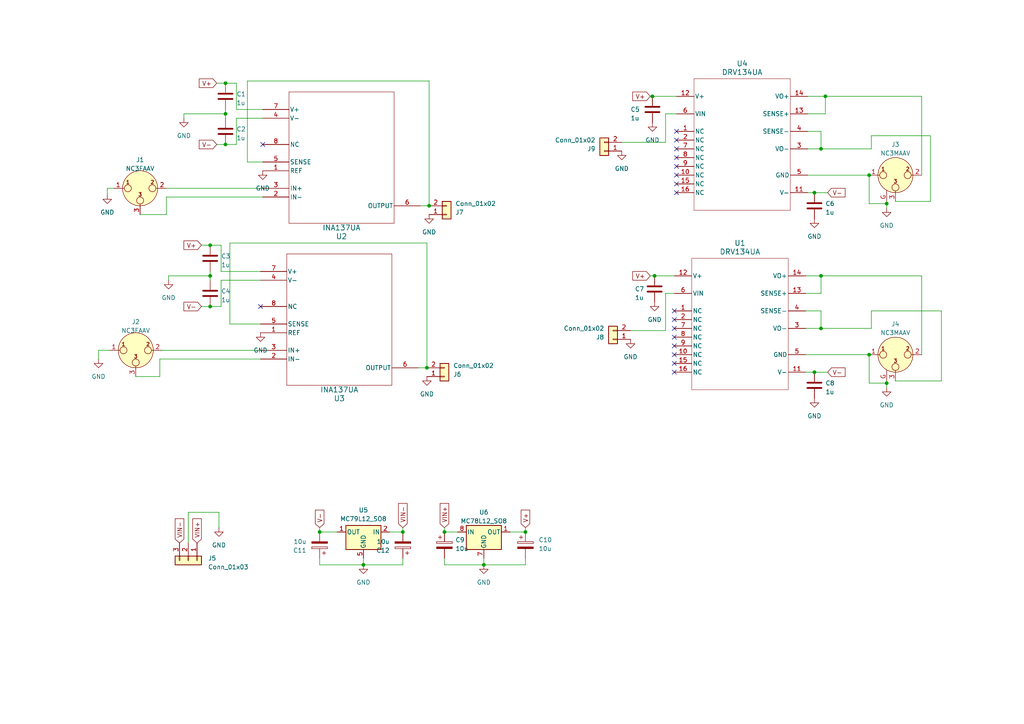
<source format=kicad_sch>
(kicad_sch (version 20230121) (generator eeschema)
  (paper "A4")
  (title_block (title "XLR-RCA Interface") (date "2023-11-09") (rev "1.1") (company "Design by Lorenz Neumann") (comment 2 "CC BY-NC-SA 4.0") (comment 3 "XLR->RCA: -6db") (comment 4 "RCA->XLR: +6dB"))
  (lib_symbols
    (symbol "Connector_Audio:NC3FAAV" (pin_names hide)
      (property "Reference" "J" (at 0 8.89 0))
      (property "Value" "NC3FAAV" (at 0 6.35 0))
      (symbol "NC3FAAV_0_1"
        (circle (center -3.556 0) (radius 1.016))
        (circle (center 0 -3.556) (radius 1.016))
        (polyline (pts (xy -5.08 0) (xy -4.572 0)))
        (polyline (pts (xy 0 -5.08) (xy 0 -4.572)))
        (polyline (pts (xy 5.08 0) (xy 4.572 0)))
        (circle (center 0 0) (radius 5.08) (fill (type background)))
        (circle (center 3.556 0) (radius 1.016))
        (text "1" (at -3.556 1.778 0) (effects (font (size 1.016 1.016) bold)))
        (text "2" (at 3.556 1.778 0) (effects (font (size 1.016 1.016) bold)))
        (text "3" (at 0 -1.778 0) (effects (font (size 1.016 1.016) bold)))
        (pin passive line (at -7.62 0 0) (length 2.54) (name "~") (number "1"))
        (pin passive line (at 7.62 0 180) (length 2.54) (name "~") (number "2"))
        (pin passive line (at 0 -7.62 90) (length 2.54) (name "~") (number "3"))
      )
    )
    (symbol "Connector_Audio:NC3MAAV" (pin_names hide)
      (property "Reference" "J" (at 0 8.89 0))
      (property "Value" "NC3MAAV" (at 0 6.35 0))
      (symbol "NC3MAAV_0_1"
        (circle (center -3.556 0) (radius 1.016))
        (circle (center 0 -3.556) (radius 1.016))
        (polyline (pts (xy -5.08 0) (xy -4.572 0)))
        (polyline (pts (xy -2.54 -5.08) (xy -2.54 -4.445)))
        (polyline (pts (xy 0 -5.08) (xy 0 -4.572)))
        (polyline (pts (xy 5.08 0) (xy 4.572 0)))
        (circle (center 0 0) (radius 5.08) (fill (type background)))
        (circle (center 3.556 0) (radius 1.016))
        (text "1" (at -3.556 1.778 0) (effects (font (size 1.016 1.016) bold)))
        (text "2" (at 3.556 1.778 0) (effects (font (size 1.016 1.016) bold)))
        (text "3" (at 0 -1.778 0) (effects (font (size 1.016 1.016) bold)))
        (pin passive line (at -7.62 0 0) (length 2.54) (name "~") (number "1"))
        (pin passive line (at 7.62 0 180) (length 2.54) (name "~") (number "2"))
        (pin passive line (at 0 -7.62 90) (length 2.54) (name "~") (number "3"))
      )
      (symbol "NC3MAAV_1_1"
        (pin passive line (at -2.54 -7.62 90) (length 2.54) (name "~") (number "G"))
      )
    )
    (symbol "Connector_Generic:Conn_01x02" (pin_names (offset 1.016) hide)
      (property "Reference" "J" (at 0 2.54 0))
      (property "Value" "Conn_01x02" (at 0 -5.08 0))
      (symbol "Conn_01x02_1_1"
        (rectangle (start -1.27 -2.413) (end 0 -2.667) (stroke (width 0.1524)))
        (rectangle (start -1.27 0.127) (end 0 -0.127) (stroke (width 0.1524)))
        (rectangle (start -1.27 1.27) (end 1.27 -3.81) (stroke (width 0.254)) (fill (type background)))
        (pin passive line (at -5.08 0 0) (length 3.81) (name "Pin_1") (number "1"))
        (pin passive line (at -5.08 -2.54 0) (length 3.81) (name "Pin_2") (number "2"))
      )
    )
    (symbol "Connector_Generic:Conn_01x03" (pin_names (offset 1.016) hide)
      (property "Reference" "J" (at 0 5.08 0))
      (property "Value" "Conn_01x03" (at 0 -5.08 0))
      (symbol "Conn_01x03_1_1"
        (rectangle (start -1.27 -2.413) (end 0 -2.667) (stroke (width 0.1524)))
        (rectangle (start -1.27 0.127) (end 0 -0.127) (stroke (width 0.1524)))
        (rectangle (start -1.27 2.667) (end 0 2.413) (stroke (width 0.1524)))
        (rectangle (start -1.27 3.81) (end 1.27 -3.81) (stroke (width 0.254)) (fill (type background)))
        (pin passive line (at -5.08 2.54 0) (length 3.81) (name "Pin_1") (number "1"))
        (pin passive line (at -5.08 0 0) (length 3.81) (name "Pin_2") (number "2"))
        (pin passive line (at -5.08 -2.54 0) (length 3.81) (name "Pin_3") (number "3"))
      )
    )
    (symbol "DRV134:DRV134UA" (pin_names (offset 0.254))
      (property "Reference" "U" (at 0 2.54 0))
      (property "Value" "DRV134UA" (at 0 0 0))
      (symbol "DRV134UA_0_1"
        (polyline (pts (xy -12.7 -20.32) (xy 15.24 -20.32)) (stroke (width 0.1016)))
        (polyline (pts (xy -12.7 17.78) (xy -12.7 -20.32)) (stroke (width 0.1016)))
        (polyline (pts (xy 15.24 -20.32) (xy 15.24 17.78)) (stroke (width 0.1016)))
        (polyline (pts (xy 15.24 17.78) (xy -12.7 17.78)) (stroke (width 0.1016)))
        (pin unspecified line (at -17.78 2.54 0) (length 5.08) (name "NC") (number "1"))
        (pin unspecified line (at -17.78 -10.16 0) (length 5.08) (name "NC") (number "10"))
        (pin power_in line (at 20.32 -15.24 180) (length 5.08) (name "V-") (number "11"))
        (pin power_in line (at -17.78 12.7 0) (length 5.08) (name "V+") (number "12"))
        (pin input line (at 20.32 7.62 180) (length 5.08) (name "SENSE+") (number "13"))
        (pin output line (at 20.32 12.7 180) (length 5.08) (name "VO+") (number "14"))
        (pin unspecified line (at -17.78 -12.7 0) (length 5.08) (name "NC") (number "15"))
        (pin unspecified line (at -17.78 -15.24 0) (length 5.08) (name "NC") (number "16"))
        (pin unspecified line (at -17.78 0 0) (length 5.08) (name "NC") (number "2"))
        (pin output line (at 20.32 -2.54 180) (length 5.08) (name "VO-") (number "3"))
        (pin input line (at 20.32 2.54 180) (length 5.08) (name "SENSE-") (number "4"))
        (pin power_in line (at 20.32 -10.16 180) (length 5.08) (name "GND") (number "5"))
        (pin input line (at -17.78 7.62 0) (length 5.08) (name "VIN") (number "6"))
        (pin unspecified line (at -17.78 -2.54 0) (length 5.08) (name "NC") (number "7"))
        (pin unspecified line (at -17.78 -5.08 0) (length 5.08) (name "NC") (number "8"))
        (pin unspecified line (at -17.78 -7.62 0) (length 5.08) (name "NC") (number "9"))
      )
    )
    (symbol "Device:C" (pin_numbers hide) (pin_names (offset 0.254))
      (property "Reference" "C" (at 0.635 2.54 0))
      (property "Value" "C" (at 0.635 -2.54 0))
      (symbol "C_0_1"
        (polyline (pts (xy -2.032 -0.762) (xy 2.032 -0.762)) (stroke (width 0.508)))
        (polyline (pts (xy -2.032 0.762) (xy 2.032 0.762)) (stroke (width 0.508)))
      )
      (symbol "C_1_1"
        (pin passive line (at 0 3.81 270) (length 2.794) (name "~") (number "1"))
        (pin passive line (at 0 -3.81 90) (length 2.794) (name "~") (number "2"))
      )
    )
    (symbol "Device:C_Polarized" (pin_numbers hide) (pin_names (offset 0.254))
      (property "Reference" "C" (at 0.635 2.54 0))
      (property "Value" "C_Polarized" (at 0.635 -2.54 0))
      (symbol "C_Polarized_0_1"
        (rectangle (start -2.286 0.508) (end 2.286 1.016))
        (polyline (pts (xy -1.778 2.286) (xy -0.762 2.286)))
        (polyline (pts (xy -1.27 2.794) (xy -1.27 1.778)))
        (rectangle (start 2.286 -0.508) (end -2.286 -1.016) (fill (type outline)))
      )
      (symbol "C_Polarized_1_1"
        (pin passive line (at 0 3.81 270) (length 2.794) (name "~") (number "1"))
        (pin passive line (at 0 -3.81 90) (length 2.794) (name "~") (number "2"))
      )
    )
    (symbol "INA137:INA137UA" (pin_names (offset 0.254))
      (property "Reference" "U" (at 22.86 12.7 0))
      (property "Value" "INA137UA" (at 22.86 10.16 0))
      (symbol "INA137UA_0_1"
        (polyline (pts (xy 7.62 -30.48) (xy 38.1 -30.48)) (stroke (width 0.127)))
        (polyline (pts (xy 7.62 7.62) (xy 7.62 -30.48)) (stroke (width 0.127)))
        (polyline (pts (xy 38.1 -30.48) (xy 38.1 7.62)) (stroke (width 0.127)))
        (polyline (pts (xy 38.1 7.62) (xy 7.62 7.62)) (stroke (width 0.127)))
        (pin unspecified line (at 0 -7.62 0) (length 7.62) (name "REF") (number "1"))
        (pin input line (at 0 0 0) (length 7.62) (name "IN-") (number "2"))
        (pin input line (at 0 -2.54 0) (length 7.62) (name "IN+") (number "3"))
        (pin power_in line (at 0 -22.86 0) (length 7.62) (name "V-") (number "4"))
        (pin unspecified line (at 0 -10.16 0) (length 7.62) (name "SENSE") (number "5"))
        (pin output line (at 45.72 2.54 180) (length 7.62) (name "OUTPUT") (number "6"))
        (pin power_in line (at 0 -25.4 0) (length 7.62) (name "V+") (number "7"))
        (pin unspecified line (at 0 -15.24 0) (length 7.62) (name "NC") (number "8"))
      )
    )
    (symbol "Regulator_Linear:MC78L12_SO8" (pin_names (offset 0.254))
      (property "Reference" "U" (at -3.81 3.175 0))
      (property "Value" "MC78L12_SO8" (at 0 3.175 0))
      (symbol "MC78L12_SO8_0_1"
        (rectangle (start -5.08 1.905) (end 5.08 -5.08) (stroke (width 0.254)) (fill (type background)))
      )
      (symbol "MC78L12_SO8_1_1"
        (pin power_out line (at 7.62 0 180) (length 2.54) (name "OUT") (number "1"))
        (pin passive line (at 0 -7.62 90) (length 2.54) hide (name "GND") (number "2"))
        (pin passive line (at 0 -7.62 90) (length 2.54) hide (name "GND") (number "3"))
        (pin no_connect line (at -5.08 -2.54 0) (length 2.54) hide (name "NC") (number "4"))
        (pin no_connect line (at 5.08 -2.54 180) (length 2.54) hide (name "NC") (number "5"))
        (pin passive line (at 0 -7.62 90) (length 2.54) hide (name "GND") (number "6"))
        (pin power_in line (at 0 -7.62 90) (length 2.54) (name "GND") (number "7"))
        (pin power_in line (at -7.62 0 0) (length 2.54) (name "IN") (number "8"))
      )
    )
    (symbol "Regulator_Linear:MC79L12_SO8" (pin_names (offset 0.254))
      (property "Reference" "U" (at -3.81 -3.175 0))
      (property "Value" "MC79L12_SO8" (at 0 -3.175 0))
      (symbol "MC79L12_SO8_0_1"
        (rectangle (start -5.08 5.08) (end 5.08 -1.905) (stroke (width 0.254)) (fill (type background)))
      )
      (symbol "MC79L12_SO8_1_1"
        (pin power_out line (at 7.62 0 180) (length 2.54) (name "OUT") (number "1"))
        (pin power_in line (at -7.62 0 0) (length 2.54) (name "IN") (number "2"))
        (pin passive line (at -7.62 0 0) (length 2.54) hide (name "IN") (number "3"))
        (pin no_connect line (at 5.08 2.54 180) (length 2.54) hide (name "NC") (number "4"))
        (pin power_in line (at 0 7.62 270) (length 2.54) (name "GND") (number "5"))
        (pin passive line (at -7.62 0 0) (length 2.54) hide (name "IN") (number "6"))
        (pin passive line (at -7.62 0 0) (length 2.54) hide (name "IN") (number "7"))
        (pin no_connect line (at -5.08 2.54 0) (length 2.54) hide (name "NC") (number "8"))
      )
    )
    (symbol "power:GND" (power) (pin_names (offset 0))
      (property "Value" "GND" (at 0 -3.81 0))
      (symbol "GND_0_1"
        (polyline (pts (xy 0 0) (xy 0 -1.27) (xy 1.27 -1.27) (xy 0 -2.54) (xy -1.27 -1.27) (xy 0 -1.27)))
      )
      (symbol "GND_1_1"
        (pin power_in line (at 0 0 270) (length 0) hide (name "GND") (number "1"))
      )
    )
  )
  (junction (at 65.405 41.91))
  (junction (at 60.96 80.01))
  (junction (at 257.175 111.125))
  (junction (at 65.405 33.02))
  (junction (at 238.125 95.25))
  (junction (at 252.095 50.8))
  (junction (at 257.175 59.055))
  (junction (at 236.22 107.95))
  (junction (at 92.71 154.305))
  (junction (at 152.4 154.305))
  (junction (at 189.865 80.01))
  (junction (at 236.22 55.88))
  (junction (at 128.905 154.305))
  (junction (at 189.23 27.94))
  (junction (at 238.125 43.18))
  (junction (at 124.46 59.69))
  (junction (at 65.405 24.13))
  (junction (at 60.96 88.9))
  (junction (at 140.335 163.83))
  (junction (at 105.41 163.83))
  (junction (at 239.395 27.94))
  (junction (at 116.84 154.305))
  (junction (at 60.96 71.12))
  (junction (at 252.095 102.87))
  (junction (at 123.825 106.68))
  (junction (at 238.125 80.01))
  (no_connect (at 195.58 102.87))
  (no_connect (at 196.215 55.88))
  (no_connect (at 196.215 45.72))
  (no_connect (at 76.2 41.91))
  (no_connect (at 195.58 90.17))
  (no_connect (at 75.565 88.9))
  (no_connect (at 195.58 107.95))
  (no_connect (at 195.58 97.79))
  (no_connect (at 195.58 92.71))
  (no_connect (at 196.215 40.64))
  (no_connect (at 196.215 53.34))
  (no_connect (at 195.58 105.41))
  (no_connect (at 196.215 43.18))
  (no_connect (at 196.215 48.26))
  (no_connect (at 195.58 95.25))
  (no_connect (at 195.58 100.33))
  (no_connect (at 196.215 38.1))
  (no_connect (at 196.215 50.8))
  (wire (pts (xy 257.175 58.42) (xy 257.175 59.055)))
  (wire (pts (xy 48.895 80.01) (xy 48.895 81.28)))
  (wire (pts (xy 257.175 110.49) (xy 257.175 111.125)))
  (wire (pts (xy 234.315 43.18) (xy 238.125 43.18)))
  (wire (pts (xy 238.125 95.25) (xy 233.68 95.25)))
  (wire (pts (xy 92.71 161.925) (xy 92.71 163.83)))
  (wire (pts (xy 267.335 80.01) (xy 267.335 102.87)))
  (wire (pts (xy 128.905 161.925) (xy 128.905 163.83)))
  (wire (pts (xy 252.73 95.25) (xy 238.125 95.25)))
  (wire (pts (xy 54.61 157.48) (xy 54.61 148.59)))
  (wire (pts (xy 239.395 27.94) (xy 239.395 33.02)))
  (wire (pts (xy 65.405 33.02) (xy 65.405 34.29)))
  (wire (pts (xy 238.125 43.18) (xy 252.73 43.18)))
  (wire (pts (xy 128.905 154.305) (xy 132.715 154.305)))
  (wire (pts (xy 188.595 27.94) (xy 189.23 27.94)))
  (wire (pts (xy 234.315 33.02) (xy 239.395 33.02)))
  (wire (pts (xy 68.58 24.13) (xy 68.58 31.75)))
  (wire (pts (xy 233.68 80.01) (xy 238.125 80.01)))
  (wire (pts (xy 60.96 71.12) (xy 64.135 71.12)))
  (wire (pts (xy 46.355 109.22) (xy 39.37 109.22)))
  (wire (pts (xy 48.26 54.61) (xy 76.2 54.61)))
  (wire (pts (xy 92.71 154.305) (xy 97.79 154.305)))
  (wire (pts (xy 238.125 80.01) (xy 267.335 80.01)))
  (wire (pts (xy 53.34 33.02) (xy 53.34 34.29)))
  (wire (pts (xy 62.865 24.13) (xy 65.405 24.13)))
  (wire (pts (xy 123.825 106.68) (xy 121.285 106.68)))
  (wire (pts (xy 58.42 88.9) (xy 60.96 88.9)))
  (wire (pts (xy 189.23 27.94) (xy 196.215 27.94)))
  (wire (pts (xy 252.095 111.125) (xy 257.175 111.125)))
  (wire (pts (xy 188.595 80.01) (xy 189.865 80.01)))
  (wire (pts (xy 48.26 57.15) (xy 48.26 62.23)))
  (wire (pts (xy 182.88 95.885) (xy 193.04 95.885)))
  (wire (pts (xy 267.335 27.94) (xy 239.395 27.94)))
  (wire (pts (xy 233.68 102.87) (xy 252.095 102.87)))
  (wire (pts (xy 152.4 153.035) (xy 152.4 154.305)))
  (wire (pts (xy 273.05 90.17) (xy 252.73 90.17)))
  (wire (pts (xy 65.405 24.13) (xy 68.58 24.13)))
  (wire (pts (xy 60.96 80.01) (xy 60.96 81.28)))
  (wire (pts (xy 193.04 33.02) (xy 196.215 33.02)))
  (wire (pts (xy 267.335 50.8) (xy 267.335 27.94)))
  (wire (pts (xy 58.42 71.12) (xy 60.96 71.12)))
  (wire (pts (xy 64.135 81.28) (xy 75.565 81.28)))
  (wire (pts (xy 193.04 95.885) (xy 193.04 85.09)))
  (wire (pts (xy 240.03 107.95) (xy 236.22 107.95)))
  (wire (pts (xy 105.41 161.925) (xy 105.41 163.83)))
  (wire (pts (xy 68.58 41.91) (xy 68.58 34.29)))
  (wire (pts (xy 252.73 39.37) (xy 252.73 43.18)))
  (wire (pts (xy 60.96 80.01) (xy 48.895 80.01)))
  (wire (pts (xy 128.905 163.83) (xy 140.335 163.83)))
  (wire (pts (xy 66.675 70.485) (xy 123.825 70.485)))
  (wire (pts (xy 54.61 148.59) (xy 63.5 148.59)))
  (wire (pts (xy 40.64 62.23) (xy 48.26 62.23)))
  (wire (pts (xy 68.58 34.29) (xy 76.2 34.29)))
  (wire (pts (xy 116.84 163.83) (xy 116.84 161.925)))
  (wire (pts (xy 65.405 41.91) (xy 68.58 41.91)))
  (wire (pts (xy 116.84 153.035) (xy 116.84 154.305)))
  (wire (pts (xy 71.755 23.495) (xy 124.46 23.495)))
  (wire (pts (xy 63.5 148.59) (xy 63.5 153.035)))
  (wire (pts (xy 60.96 78.74) (xy 60.96 80.01)))
  (wire (pts (xy 236.22 55.88) (xy 234.315 55.88)))
  (wire (pts (xy 259.715 58.42) (xy 269.875 58.42)))
  (wire (pts (xy 259.715 110.49) (xy 273.05 110.49)))
  (wire (pts (xy 124.46 23.495) (xy 124.46 59.69)))
  (wire (pts (xy 252.095 50.8) (xy 252.095 59.055)))
  (wire (pts (xy 234.315 38.1) (xy 238.125 38.1)))
  (wire (pts (xy 46.355 104.14) (xy 46.355 109.22)))
  (wire (pts (xy 64.135 71.12) (xy 64.135 78.74)))
  (wire (pts (xy 75.565 104.14) (xy 46.355 104.14)))
  (wire (pts (xy 273.05 110.49) (xy 273.05 90.17)))
  (wire (pts (xy 233.68 90.17) (xy 238.125 90.17)))
  (wire (pts (xy 33.02 54.61) (xy 31.115 54.61)))
  (wire (pts (xy 31.115 54.61) (xy 31.115 56.515)))
  (wire (pts (xy 128.905 153.035) (xy 128.905 154.305)))
  (wire (pts (xy 76.2 57.15) (xy 48.26 57.15)))
  (wire (pts (xy 269.875 58.42) (xy 269.875 39.37)))
  (wire (pts (xy 240.03 55.88) (xy 236.22 55.88)))
  (wire (pts (xy 238.125 38.1) (xy 238.125 43.18)))
  (wire (pts (xy 123.825 70.485) (xy 123.825 106.68)))
  (wire (pts (xy 193.04 41.275) (xy 193.04 33.02)))
  (wire (pts (xy 65.405 31.75) (xy 65.405 33.02)))
  (wire (pts (xy 252.095 102.87) (xy 252.095 111.125)))
  (wire (pts (xy 75.565 93.98) (xy 66.675 93.98)))
  (wire (pts (xy 236.22 107.95) (xy 233.68 107.95)))
  (wire (pts (xy 116.84 154.305) (xy 113.03 154.305)))
  (wire (pts (xy 140.335 163.83) (xy 152.4 163.83)))
  (wire (pts (xy 121.92 59.69) (xy 124.46 59.69)))
  (wire (pts (xy 252.095 59.055) (xy 257.175 59.055)))
  (wire (pts (xy 269.875 39.37) (xy 252.73 39.37)))
  (wire (pts (xy 140.335 161.925) (xy 140.335 163.83)))
  (wire (pts (xy 68.58 31.75) (xy 76.2 31.75)))
  (wire (pts (xy 147.955 154.305) (xy 152.4 154.305)))
  (wire (pts (xy 193.04 85.09) (xy 195.58 85.09)))
  (wire (pts (xy 152.4 163.83) (xy 152.4 161.925)))
  (wire (pts (xy 238.125 90.17) (xy 238.125 95.25)))
  (wire (pts (xy 238.125 85.09) (xy 238.125 80.01)))
  (wire (pts (xy 257.175 59.055) (xy 257.175 60.325)))
  (wire (pts (xy 46.99 101.6) (xy 75.565 101.6)))
  (wire (pts (xy 62.865 41.91) (xy 65.405 41.91)))
  (wire (pts (xy 66.675 93.98) (xy 66.675 70.485)))
  (wire (pts (xy 64.135 78.74) (xy 75.565 78.74)))
  (wire (pts (xy 189.865 80.01) (xy 195.58 80.01)))
  (wire (pts (xy 64.135 88.9) (xy 64.135 81.28)))
  (wire (pts (xy 65.405 33.02) (xy 53.34 33.02)))
  (wire (pts (xy 92.71 163.83) (xy 105.41 163.83)))
  (wire (pts (xy 257.175 111.125) (xy 257.175 112.395)))
  (wire (pts (xy 76.2 46.99) (xy 71.755 46.99)))
  (wire (pts (xy 71.755 46.99) (xy 71.755 23.495)))
  (wire (pts (xy 60.96 88.9) (xy 64.135 88.9)))
  (wire (pts (xy 233.68 85.09) (xy 238.125 85.09)))
  (wire (pts (xy 105.41 163.83) (xy 116.84 163.83)))
  (wire (pts (xy 239.395 27.94) (xy 234.315 27.94)))
  (wire (pts (xy 31.75 101.6) (xy 28.575 101.6)))
  (wire (pts (xy 252.73 90.17) (xy 252.73 95.25)))
  (wire (pts (xy 234.315 50.8) (xy 252.095 50.8)))
  (wire (pts (xy 92.71 153.035) (xy 92.71 154.305)))
  (wire (pts (xy 180.34 41.275) (xy 193.04 41.275)))
  (wire (pts (xy 28.575 101.6) (xy 28.575 104.14)))
  (global_label "V-" (shape input) (at 240.03 107.95 0) (property "Intersheetrefs" "${INTERSHEET_REFS}" (effects hide)))
  (global_label "V+" (shape input) (at 152.4 153.035 90) (property "Intersheetrefs" "${INTERSHEET_REFS}" (effects hide)))
  (global_label "V-" (shape input) (at 240.03 55.88 0) (property "Intersheetrefs" "${INTERSHEET_REFS}" (effects hide)))
  (global_label "V+" (shape input) (at 62.865 24.13 180) (property "Intersheetrefs" "${INTERSHEET_REFS}" (effects hide)))
  (global_label "VIN+" (shape input) (at 128.905 153.035 90) (property "Intersheetrefs" "${INTERSHEET_REFS}" (effects hide)))
  (global_label "V+" (shape input) (at 188.595 80.01 180) (property "Intersheetrefs" "${INTERSHEET_REFS}" (effects hide)))
  (global_label "VIN-" (shape input) (at 116.84 153.035 90) (property "Intersheetrefs" "${INTERSHEET_REFS}" (effects hide)))
  (global_label "V+" (shape input) (at 58.42 71.12 180) (property "Intersheetrefs" "${INTERSHEET_REFS}" (effects hide)))
  (global_label "V-" (shape input) (at 58.42 88.9 180) (property "Intersheetrefs" "${INTERSHEET_REFS}" (effects hide)))
  (global_label "VIN+" (shape input) (at 57.15 157.48 90) (property "Intersheetrefs" "${INTERSHEET_REFS}" (effects hide)))
  (global_label "V-" (shape input) (at 62.865 41.91 180) (property "Intersheetrefs" "${INTERSHEET_REFS}" (effects hide)))
  (global_label "VIN-" (shape input) (at 52.07 157.48 90) (property "Intersheetrefs" "${INTERSHEET_REFS}" (effects hide)))
  (global_label "V+" (shape input) (at 188.595 27.94 180) (property "Intersheetrefs" "${INTERSHEET_REFS}" (effects hide)))
  (global_label "V-" (shape input) (at 92.71 153.035 90) (property "Intersheetrefs" "${INTERSHEET_REFS}" (effects hide)))
  (symbol (lib_id "power:GND") (at 123.825 109.22 0) (unit 1)
    (property "Reference" "#PWR014" (effects hide))
    (property "Value" "GND" (at 123.825 114.3 0))
  )
  (symbol (lib_id "power:GND") (at 189.23 35.56 0) (unit 1)
    (property "Reference" "#PWR013" (effects hide))
    (property "Value" "GND" (at 189.23 40.64 0))
  )
  (symbol (lib_id "power:GND") (at 236.22 115.57 0) (unit 1)
    (property "Reference" "#PWR010" (effects hide))
    (property "Value" "GND" (at 236.22 120.65 0))
  )
  (symbol (lib_id "Device:C_Polarized") (at 128.905 158.115 0) (unit 1)
    (property "Reference" "C9" (at 132.08 156.591 0) (effects (justify left)))
    (property "Value" "10u" (at 132.08 159.131 0) (effects (justify left)))
    (property "Footprint" "Capacitor_SMD:CP_Elec_4x4.5" (effects hide))
  )
  (symbol (lib_id "power:GND") (at 257.175 112.395 0) (unit 1)
    (property "Reference" "#PWR05" (effects hide))
    (property "Value" "GND" (at 257.175 117.475 0))
  )
  (symbol (lib_id "Device:C_Polarized") (at 92.71 158.115 180) (unit 1)
    (property "Reference" "C11" (at 88.9 159.639 0) (effects (justify left)))
    (property "Value" "10u" (at 88.9 157.099 0) (effects (justify left)))
    (property "Footprint" "Capacitor_SMD:CP_Elec_4x4.5" (effects hide))
  )
  (symbol (lib_id "power:GND") (at 48.895 81.28 0) (unit 1)
    (property "Reference" "#PWR07" (effects hide))
    (property "Value" "GND" (at 48.895 86.36 0))
  )
  (symbol (lib_id "Device:C_Polarized") (at 152.4 158.115 0) (unit 1)
    (property "Reference" "C10" (at 156.21 156.591 0) (effects (justify left)))
    (property "Value" "10u" (at 156.21 159.131 0) (effects (justify left)))
    (property "Footprint" "Capacitor_SMD:CP_Elec_4x4.5" (effects hide))
  )
  (symbol (lib_id "power:GND") (at 76.2 49.53 0) (unit 1)
    (property "Reference" "#PWR08" (effects hide))
    (property "Value" "GND" (at 76.2 54.61 0))
  )
  (symbol (lib_id "Connector_Generic:Conn_01x02") (at 175.26 43.815 180) (unit 1)
    (property "Reference" "J9" (at 172.72 43.18 0) (effects (justify left)))
    (property "Value" "Conn_01x02" (at 172.72 40.64 0) (effects (justify left)))
    (property "Footprint" "Connector_PinHeader_2.54mm:PinHeader_1x02_P2.54mm_Vertical" (effects hide))
  )
  (symbol (lib_id "INA137:INA137UA") (at 75.565 104.14 0) (mirror x) (unit 1)
    (property "Reference" "U3" (at 98.425 115.57 0) (effects (font (size 1.524 1.524))))
    (property "Value" "INA137UA" (at 98.425 113.03 0) (effects (font (size 1.524 1.524))))
    (property "Footprint" "Package_SO:SOIC-8_3.9x4.9mm_P1.27mm" (effects hide))
    (property "Datasheet" "INA137UA" (effects hide))
  )
  (symbol (lib_id "power:GND") (at 124.46 62.23 0) (unit 1)
    (property "Reference" "#PWR015" (effects hide))
    (property "Value" "GND" (at 124.46 67.31 0))
  )
  (symbol (lib_id "Device:C") (at 60.96 74.93 0) (mirror y) (unit 1)
    (property "Reference" "C3" (at 64.135 74.295 0) (effects (justify right)))
    (property "Value" "1u" (at 64.135 76.835 0) (effects (justify right)))
    (property "Footprint" "Capacitor_SMD:C_0603_1608Metric_Pad1.08x0.95mm_HandSolder" (effects hide))
  )
  (symbol (lib_id "Device:C") (at 65.405 38.1 0) (mirror y) (unit 1)
    (property "Reference" "C2" (at 68.58 37.465 0) (effects (justify right)))
    (property "Value" "1u" (at 68.58 40.005 0) (effects (justify right)))
    (property "Footprint" "Capacitor_SMD:C_0603_1608Metric_Pad1.08x0.95mm_HandSolder" (effects hide))
  )
  (symbol (lib_id "Connector_Generic:Conn_01x02") (at 177.8 98.425 180) (unit 1)
    (property "Reference" "J8" (at 175.26 97.79 0) (effects (justify left)))
    (property "Value" "Conn_01x02" (at 175.26 95.25 0) (effects (justify left)))
    (property "Footprint" "Connector_PinHeader_2.54mm:PinHeader_1x02_P2.54mm_Vertical" (effects hide))
  )
  (symbol (lib_id "power:GND") (at 53.34 34.29 0) (unit 1)
    (property "Reference" "#PWR06" (effects hide))
    (property "Value" "GND" (at 53.34 39.37 0))
  )
  (symbol (lib_id "Connector_Audio:NC3MAAV") (at 259.715 102.87 0) (unit 1)
    (property "Reference" "J4" (at 259.715 93.98 0))
    (property "Value" "NC3MAAV" (at 259.715 96.52 0))
    (property "Footprint" "Connector_Audio:Jack_XLR_Neutrik_NC3MAAV_Vertical" (effects hide))
    (property "Datasheet" "https://www.neutrik.com/en/product/nc3maav" (effects hide))
  )
  (symbol (lib_id "Device:C") (at 236.22 111.76 0) (mirror y) (unit 1)
    (property "Reference" "C8" (at 239.395 111.125 0) (effects (justify right)))
    (property "Value" "1u" (at 239.395 113.665 0) (effects (justify right)))
    (property "Footprint" "Capacitor_SMD:C_0603_1608Metric_Pad1.08x0.95mm_HandSolder" (effects hide))
  )
  (symbol (lib_id "INA137:INA137UA") (at 76.2 57.15 0) (mirror x) (unit 1)
    (property "Reference" "U2" (at 99.06 68.58 0) (effects (font (size 1.524 1.524))))
    (property "Value" "INA137UA" (at 99.06 66.04 0) (effects (font (size 1.524 1.524))))
    (property "Footprint" "Package_SO:SOIC-8_3.9x4.9mm_P1.27mm" (effects hide))
    (property "Datasheet" "INA137UA" (effects hide))
  )
  (symbol (lib_id "Connector_Generic:Conn_01x02") (at 128.905 109.22 0) (mirror x) (unit 1)
    (property "Reference" "J6" (at 131.445 108.585 0) (effects (justify left)))
    (property "Value" "Conn_01x02" (at 131.445 106.045 0) (effects (justify left)))
    (property "Footprint" "Connector_PinHeader_2.54mm:PinHeader_1x02_P2.54mm_Vertical" (effects hide))
  )
  (symbol (lib_id "power:GND") (at 31.115 56.515 0) (unit 1)
    (property "Reference" "#PWR02" (effects hide))
    (property "Value" "GND" (at 31.115 61.595 0))
  )
  (symbol (lib_id "power:GND") (at 182.88 98.425 0) (unit 1)
    (property "Reference" "#PWR016" (effects hide))
    (property "Value" "GND" (at 182.88 103.505 0))
  )
  (symbol (lib_id "Connector_Audio:NC3MAAV") (at 259.715 50.8 0) (unit 1)
    (property "Reference" "J3" (at 259.715 41.91 0))
    (property "Value" "NC3MAAV" (at 259.715 44.45 0))
    (property "Footprint" "Connector_Audio:Jack_XLR_Neutrik_NC3MAAV_Vertical" (effects hide))
    (property "Datasheet" "https://www.neutrik.com/en/product/nc3maav" (effects hide))
  )
  (symbol (lib_id "Connector_Audio:NC3FAAV") (at 39.37 101.6 0) (unit 1)
    (property "Reference" "J2" (at 39.37 93.345 0))
    (property "Value" "NC3FAAV" (at 39.37 95.885 0))
    (property "Footprint" "Connector_Audio:Jack_XLR_Neutrik_NC3FAAV_Vertical" (effects hide))
    (property "Datasheet" "https://www.neutrik.com/en/product/nc3faav" (effects hide))
  )
  (symbol (lib_id "DRV134:DRV134UA") (at 213.36 92.71 0) (unit 1)
    (property "Reference" "U1" (at 214.63 70.485 0) (effects (font (size 1.524 1.524))))
    (property "Value" "DRV134UA" (at 214.63 73.025 0) (effects (font (size 1.524 1.524))))
    (property "Footprint" "Package_SO:SOIC-16W_7.5x10.3mm_P1.27mm" (effects hide))
    (property "Datasheet" "DRV134UA" (effects hide))
  )
  (symbol (lib_id "Connector_Audio:NC3FAAV") (at 40.64 54.61 0) (unit 1)
    (property "Reference" "J1" (at 40.64 46.355 0))
    (property "Value" "NC3FAAV" (at 40.64 48.895 0))
    (property "Footprint" "Connector_Audio:Jack_XLR_Neutrik_NC3FAAV_Vertical" (effects hide))
    (property "Datasheet" "https://www.neutrik.com/en/product/nc3faav" (effects hide))
  )
  (symbol (lib_id "Regulator_Linear:MC78L12_SO8") (at 140.335 154.305 0) (unit 1)
    (property "Reference" "U6" (at 140.335 148.59 0))
    (property "Value" "MC78L12_SO8" (at 140.335 151.13 0))
    (property "Footprint" "Package_SO:SOIC-8_3.9x4.9mm_P1.27mm" (effects hide))
    (property "Datasheet" "https://www.onsemi.com/pub/Collateral/MC78L00A-D.PDF" (effects hide))
  )
  (symbol (lib_id "power:GND") (at 236.22 63.5 0) (unit 1)
    (property "Reference" "#PWR012" (effects hide))
    (property "Value" "GND" (at 236.22 68.58 0))
  )
  (symbol (lib_id "Device:C") (at 60.96 85.09 0) (mirror y) (unit 1)
    (property "Reference" "C4" (at 64.135 84.455 0) (effects (justify right)))
    (property "Value" "1u" (at 64.135 86.995 0) (effects (justify right)))
    (property "Footprint" "Capacitor_SMD:C_0603_1608Metric_Pad1.08x0.95mm_HandSolder" (effects hide))
  )
  (symbol (lib_id "Device:C") (at 65.405 27.94 0) (mirror y) (unit 1)
    (property "Reference" "C1" (at 68.58 27.305 0) (effects (justify right)))
    (property "Value" "1u" (at 68.58 29.845 0) (effects (justify right)))
    (property "Footprint" "Capacitor_SMD:C_0603_1608Metric_Pad1.08x0.95mm_HandSolder" (effects hide))
  )
  (symbol (lib_id "power:GND") (at 105.41 163.83 0) (unit 1)
    (property "Reference" "#PWR018" (effects hide))
    (property "Value" "GND" (at 105.41 168.91 0))
  )
  (symbol (lib_id "power:GND") (at 28.575 104.14 0) (unit 1)
    (property "Reference" "#PWR03" (effects hide))
    (property "Value" "GND" (at 28.575 109.22 0))
  )
  (symbol (lib_id "Device:C_Polarized") (at 116.84 158.115 180) (unit 1)
    (property "Reference" "C12" (at 113.03 159.639 0) (effects (justify left)))
    (property "Value" "10u" (at 113.03 157.099 0) (effects (justify left)))
    (property "Footprint" "Capacitor_SMD:CP_Elec_4x4.5" (effects hide))
  )
  (symbol (lib_id "power:GND") (at 63.5 153.035 0) (unit 1)
    (property "Reference" "#PWR01" (effects hide))
    (property "Value" "GND" (at 63.5 158.115 0))
  )
  (symbol (lib_id "power:GND") (at 75.565 96.52 0) (unit 1)
    (property "Reference" "#PWR09" (effects hide))
    (property "Value" "GND" (at 75.565 101.6 0))
  )
  (symbol (lib_id "Device:C") (at 189.865 83.82 0) (mirror y) (unit 1)
    (property "Reference" "C7" (at 184.15 83.82 0) (effects (justify right)))
    (property "Value" "1u" (at 184.15 86.36 0) (effects (justify right)))
    (property "Footprint" "Capacitor_SMD:C_0603_1608Metric_Pad1.08x0.95mm_HandSolder" (effects hide))
  )
  (symbol (lib_id "Device:C") (at 189.23 31.75 0) (mirror y) (unit 1)
    (property "Reference" "C5" (at 182.88 31.75 0) (effects (justify right)))
    (property "Value" "1u" (at 182.88 34.29 0) (effects (justify right)))
    (property "Footprint" "Capacitor_SMD:C_0603_1608Metric_Pad1.08x0.95mm_HandSolder" (effects hide))
  )
  (symbol (lib_id "Connector_Generic:Conn_01x03") (at 54.61 162.56 270) (unit 1)
    (property "Reference" "J5" (at 60.325 161.925 90) (effects (justify left)))
    (property "Value" "Conn_01x03" (at 60.325 164.465 90) (effects (justify left)))
    (property "Footprint" "Connector_PinHeader_2.54mm:PinHeader_1x03_P2.54mm_Vertical" (effects hide))
  )
  (symbol (lib_id "Regulator_Linear:MC79L12_SO8") (at 105.41 154.305 180) (unit 1)
    (property "Reference" "U5" (at 105.41 147.955 0))
    (property "Value" "MC79L12_SO8" (at 105.41 150.495 0))
    (property "Footprint" "Package_SO:SOIC-8_3.9x4.9mm_P1.27mm" (effects hide))
    (property "Datasheet" "http://www.ti.com/lit/ds/symlink/lm79l.pdf" (effects hide))
  )
  (symbol (lib_id "power:GND") (at 180.34 43.815 0) (unit 1)
    (property "Reference" "#PWR017" (effects hide))
    (property "Value" "GND" (at 180.34 48.895 0))
  )
  (symbol (lib_id "power:GND") (at 140.335 163.83 0) (unit 1)
    (property "Reference" "#PWR019" (effects hide))
    (property "Value" "GND" (at 140.335 168.91 0))
  )
  (symbol (lib_id "power:GND") (at 257.175 60.325 0) (unit 1)
    (property "Reference" "#PWR04" (effects hide))
    (property "Value" "GND" (at 257.175 65.405 0))
  )
  (symbol (lib_id "DRV134:DRV134UA") (at 213.995 40.64 0) (unit 1)
    (property "Reference" "U4" (at 215.265 18.415 0) (effects (font (size 1.524 1.524))))
    (property "Value" "DRV134UA" (at 215.265 20.955 0) (effects (font (size 1.524 1.524))))
    (property "Footprint" "Package_SO:SOIC-16W_7.5x10.3mm_P1.27mm" (effects hide))
    (property "Datasheet" "DRV134UA" (effects hide))
  )
  (symbol (lib_id "Device:C") (at 236.22 59.69 0) (mirror y) (unit 1)
    (property "Reference" "C6" (at 239.395 59.055 0) (effects (justify right)))
    (property "Value" "1u" (at 239.395 61.595 0) (effects (justify right)))
    (property "Footprint" "Capacitor_SMD:C_0603_1608Metric_Pad1.08x0.95mm_HandSolder" (effects hide))
  )
  (symbol (lib_id "power:GND") (at 189.865 87.63 0) (unit 1)
    (property "Reference" "#PWR011" (effects hide))
    (property "Value" "GND" (at 189.865 92.71 0))
  )
  (symbol (lib_id "Connector_Generic:Conn_01x02") (at 129.54 62.23 0) (mirror x) (unit 1)
    (property "Reference" "J7" (at 132.08 61.595 0) (effects (justify left)))
    (property "Value" "Conn_01x02" (at 132.08 59.055 0) (effects (justify left)))
    (property "Footprint" "Connector_PinHeader_2.54mm:PinHeader_1x02_P2.54mm_Vertical" (effects hide))
  )
)
</source>
